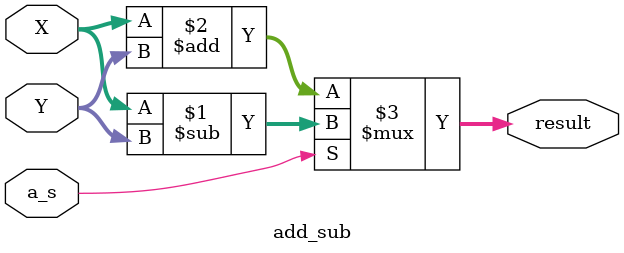
<source format=v>

module add_sub #(parameter N = 32) 
(
input signed [N-1:0] X,
input signed [N-1:0] Y,
input a_s, //1 for subtraction, 0 for addition
output signed [N-1:0] result
);

assign result = (a_s) ? (X - Y) : (X + Y);

endmodule

</source>
